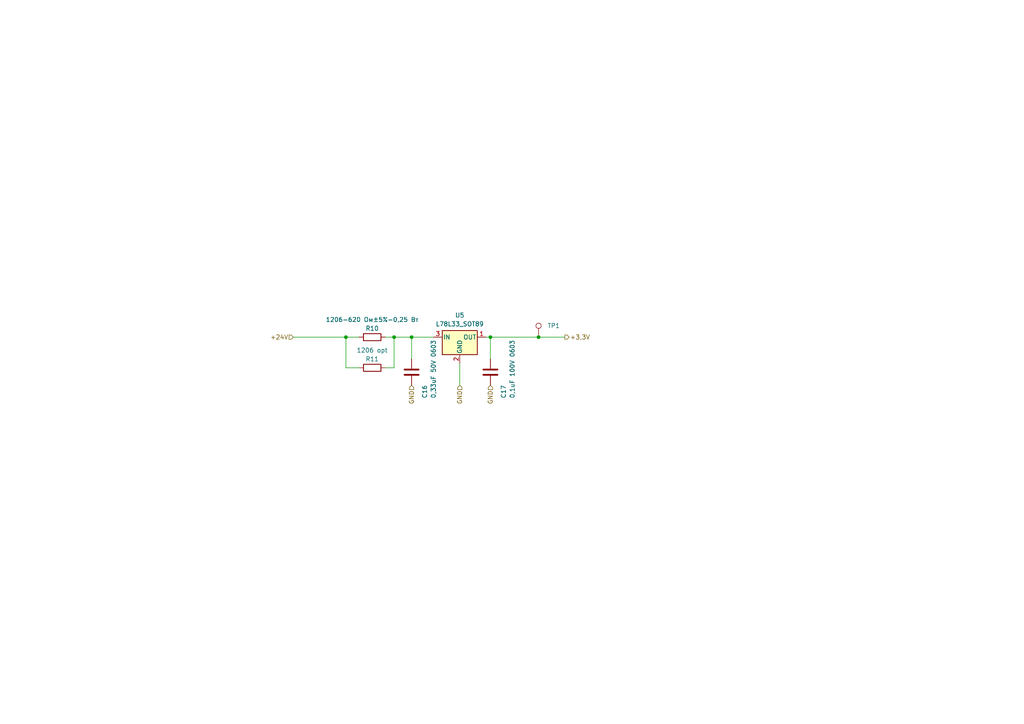
<source format=kicad_sch>
(kicad_sch (version 20231120) (generator "eeschema") (generator_version "8.0")
  (paper "A4")
  (lib_symbols
    (symbol "Connector:TestPoint" (pin_numbers hide) (pin_names (offset 0.762) hide)
      (property "Reference" "TP" (at 0 6.858 0))
      (property "Value" "TestPoint" (at 0 5.08 0))
      (symbol "TestPoint_0_1"
        (circle (center 0 3.302) (radius 0.762))
      )
      (symbol "TestPoint_1_1"
        (pin passive line (at 0 0 90) (length 2.54) (name "1") (number "1"))
      )
    )
    (symbol "Device:C" (pin_numbers hide) (pin_names (offset 0.254))
      (property "Reference" "C" (at 0.635 2.54 0))
      (property "Value" "C" (at 0.635 -2.54 0))
      (symbol "C_0_1"
        (polyline (pts (xy -2.032 -0.762) (xy 2.032 -0.762)) (stroke (width 0.508)))
        (polyline (pts (xy -2.032 0.762) (xy 2.032 0.762)) (stroke (width 0.508)))
      )
      (symbol "C_1_1"
        (pin passive line (at 0 3.81 270) (length 2.794) (name "~") (number "1"))
        (pin passive line (at 0 -3.81 90) (length 2.794) (name "~") (number "2"))
      )
    )
    (symbol "Device:R" (pin_numbers hide) (pin_names (offset 0))
      (property "Reference" "R" (at 2.032 0 90))
      (property "Value" "R" (at 0 0 90))
      (symbol "R_0_1"
        (rectangle (start -1.016 -2.54) (end 1.016 2.54) (stroke (width 0.254)))
      )
      (symbol "R_1_1"
        (pin passive line (at 0 3.81 270) (length 1.27) (name "~") (number "1"))
        (pin passive line (at 0 -3.81 90) (length 1.27) (name "~") (number "2"))
      )
    )
    (symbol "Regulator_Linear:L78L33_SOT89" (pin_names (offset 0.254))
      (property "Reference" "U" (at -3.81 3.175 0))
      (property "Value" "L78L33_SOT89" (at -0.635 3.175 0))
      (symbol "L78L33_SOT89_0_1"
        (rectangle (start -5.08 1.905) (end 5.08 -5.08) (stroke (width 0.254)) (fill (type background)))
      )
      (symbol "L78L33_SOT89_1_1"
        (pin power_out line (at 7.62 0 180) (length 2.54) (name "OUT") (number "1"))
        (pin power_in line (at 0 -7.62 90) (length 2.54) (name "GND") (number "2"))
        (pin power_in line (at -7.62 0 0) (length 2.54) (name "IN") (number "3"))
      )
    )
  )
  (junction (at 119.38 97.79))
  (junction (at 142.24 97.79))
  (junction (at 100.33 97.79))
  (junction (at 156.21 97.79))
  (junction (at 114.3 97.79))
  (wire (pts (xy 142.24 97.79) (xy 156.21 97.79)))
  (wire (pts (xy 111.76 106.68) (xy 114.3 106.68)))
  (wire (pts (xy 142.24 104.14) (xy 142.24 97.79)))
  (wire (pts (xy 100.33 106.68) (xy 100.33 97.79)))
  (wire (pts (xy 114.3 97.79) (xy 111.76 97.79)))
  (wire (pts (xy 114.3 106.68) (xy 114.3 97.79)))
  (wire (pts (xy 104.14 106.68) (xy 100.33 106.68)))
  (wire (pts (xy 85.09 97.79) (xy 100.33 97.79)))
  (wire (pts (xy 119.38 97.79) (xy 119.38 104.14)))
  (wire (pts (xy 140.97 97.79) (xy 142.24 97.79)))
  (wire (pts (xy 156.21 97.79) (xy 163.83 97.79)))
  (wire (pts (xy 119.38 97.79) (xy 114.3 97.79)))
  (wire (pts (xy 104.14 97.79) (xy 100.33 97.79)))
  (wire (pts (xy 125.73 97.79) (xy 119.38 97.79)))
  (wire (pts (xy 133.35 105.41) (xy 133.35 111.76)))
  (hierarchical_label "GND" (shape input) (at 142.24 111.76 270))
  (hierarchical_label "GND" (shape input) (at 133.35 111.76 270))
  (hierarchical_label "GND" (shape input) (at 119.38 111.76 270))
  (hierarchical_label "+24V" (shape input) (at 85.09 97.79 180))
  (hierarchical_label "+3,3V" (shape output) (at 163.83 97.79 0))
  (symbol (lib_id "Device:C") (at 142.24 107.95 0) (unit 1)
    (property "Reference" "C17" (at 146.05 115.57 90) (effects (justify left)))
    (property "Value" "0,1uF 100V 0603" (at 148.59 115.57 90) (effects (justify left)))
    (property "Footprint" "Capacitor_SMD:C_0603_1608Metric" (effects (hide yes)))
    (instances (project "manipulator_attachment" (path "" (reference "C17") (unit 1))) (project "Плата внешних шаговых двигателей" (path "" (reference "C24") (unit 1))))
  )
  (symbol (lib_id "Device:R") (at 107.95 106.68 270) (unit 1) (in_bom no)
    (property "Reference" "R11" (at 107.95 104.14 90))
    (property "Value" "1206 opt" (at 107.95 101.6 90))
    (property "Footprint" "Resistor_SMD:R_1206_3216Metric" (effects (hide yes)))
    (instances (project "manipulator_attachment" (path "" (reference "R11") (unit 1))) (project "Плата внешних шаговых двигателей" (path "" (reference "R26") (unit 1)) (path "" (reference "R47") (unit 1)) (path "" (reference "R29") (unit 1))))
  )
  (symbol (lib_id "Connector:TestPoint") (at 156.21 97.79 0) (unit 1) (in_bom no)
    (property "Reference" "TP1" (at 158.75 94.488 0) (effects (justify left)))
    (property "Value" "TestPoint" (effects (hide yes)))
    (property "Footprint" "TestPoint:TestPoint_Pad_D1.0mm" (effects (hide yes)))
    (instances (project "manipulator_attachment" (path "" (reference "TP1") (unit 1))) (project "Плата внешних шаговых двигателей" (path "" (reference "TP3") (unit 1))))
  )
  (symbol (lib_id "Device:C") (at 119.38 107.95 0) (unit 1)
    (property "Reference" "C16" (at 123.19 115.57 90) (effects (justify left)))
    (property "Value" "0,33uF 50V 0603" (at 125.73 115.57 90) (effects (justify left)))
    (property "Footprint" "Capacitor_SMD:C_0603_1608Metric" (effects (hide yes)))
    (instances (project "manipulator_attachment" (path "" (reference "C16") (unit 1))) (project "Плата внешних шаговых двигателей" (path "" (reference "C23") (unit 1))))
  )
  (symbol (lib_id "Regulator_Linear:L78L33_SOT89") (at 133.35 97.79 0) (unit 1)
    (property "Reference" "U5" (at 133.35 91.44 0))
    (property "Value" "L78L33_SOT89" (at 133.35 93.98 0))
    (property "Footprint" "Package_TO_SOT_SMD:SOT-89-3" (effects (hide yes)))
    (property "Datasheet" "http://www.st.com/content/ccc/resource/technical/document/datasheet/15/55/e5/aa/23/5b/43/fd/CD00000446.pdf/files/CD00000446.pdf/jcr:content/translations/en.CD00000446.pdf" (effects (hide yes)))
  )
  (symbol (lib_id "Device:R") (at 107.95 97.79 270) (unit 1)
    (property "Reference" "R10" (at 107.95 95.25 90))
    (property "Value" "1206-620 Ом±5%-0,25 Вт" (at 107.95 92.71 90))
    (property "Footprint" "Resistor_SMD:R_1206_3216Metric" (effects (hide yes)))
    (instances (project "manipulator_attachment" (path "" (reference "R10") (unit 1))) (project "Плата внешних шаговых двигателей" (path "" (reference "R26") (unit 1)) (path "" (reference "R47") (unit 1)) (path "" (reference "R29") (unit 1))))
  )
)
</source>
